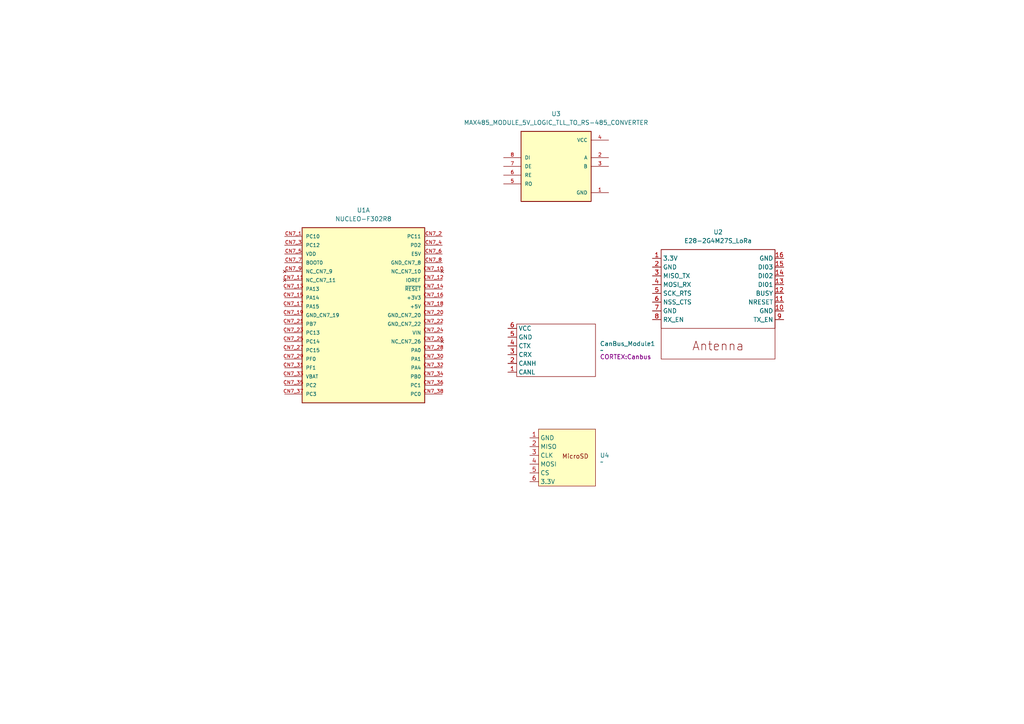
<source format=kicad_sch>
(kicad_sch (version 20250114) (generator "eeschema") (generator_version "9.0")
  (paper "A4")
  (lib_symbols
    (symbol "CanBus:MCP2551_Module"
      (property "Reference" "CanBus_Module" (at 9.144 -3.556 0))
      (property "Footprint" "CanBus:Canbus" (at 9.144 -5.334 0))
      (symbol "MCP2551_Module_0_1"
        (rectangle (start -5.08 3.81) (end 17.78 -11.43))
      )
      (symbol "MCP2551_Module_1_1"
        (pin input line (at -7.62 2.54 0) (length 2.54) (name "VCC") (number "6"))
        (pin input line (at -7.62 0 0) (length 2.54) (name "GND") (number "5"))
        (pin input line (at -7.62 -2.54 0) (length 2.54) (name "CTX") (number "4"))
        (pin input line (at -7.62 -5.08 0) (length 2.54) (name "CRX") (number "3"))
        (pin input line (at -7.62 -7.62 0) (length 2.54) (name "CANH") (number "2"))
        (pin input line (at -7.62 -10.16 0) (length 2.54) (name "CANL") (number "1"))
      )
    )
    (symbol "LIFT:MicroSD_Reader"
      (property "Reference" "U" (at 0 0 0))
      (symbol "MicroSD_Reader_1_1"
        (rectangle (start 2.54 0) (end 19.05 -16.51) (fill (type background)))
        (text "MicroSD" (at 13.208 -7.874 0) (effects (font (size 1.27 1.27))))
        (pin power_in line (at 0 -2.54 0) (length 2.54) (name "GND") (number "1"))
        (pin output line (at 0 -5.08 0) (length 2.54) (name "MISO") (number "2"))
        (pin bidirectional line (at 0 -7.62 0) (length 2.54) (name "CLK") (number "3"))
        (pin input line (at 0 -10.16 0) (length 2.54) (name "MOSI") (number "4"))
        (pin input line (at 0 -12.7 0) (length 2.54) (name "CS") (number "5"))
        (pin power_in line (at 0 -15.24 0) (length 2.54) (name "3.3V") (number "6"))
      )
    )
    (symbol "MAX485_MODULE_5V_LOGIC_TLL_TO_RS-485_CONVERTER:MAX485_MODULE_5V_LOGIC_TLL_TO_RS-485_CONVERTER" (pin_names (offset 1.016))
      (property "Reference" "U" (at -10.16 11.43 0))
      (property "Value" "MAX485_MODULE_5V_LOGIC_TLL_TO_RS-485_CONVERTER" (at -10.16 -12.7 0))
      (symbol "MAX485_MODULE_5V_LOGIC_TLL_TO_RS-485_CONVERTER_0_0"
        (rectangle (start -10.16 -10.16) (end 10.16 10.16) (stroke (width 0.254)) (fill (type background)))
        (pin input line (at -15.24 2.54 0) (length 5.08) (name "DI") (number "8"))
        (pin input line (at -15.24 0 0) (length 5.08) (name "DE") (number "7"))
        (pin input line (at -15.24 -2.54 0) (length 5.08) (name "RE") (number "6"))
        (pin output line (at -15.24 -5.08 0) (length 5.08) (name "RO") (number "5"))
        (pin power_in line (at 15.24 7.62 180) (length 5.08) (name "VCC") (number "4"))
        (pin bidirectional line (at 15.24 2.54 180) (length 5.08) (name "A") (number "2"))
        (pin bidirectional line (at 15.24 0 180) (length 5.08) (name "B") (number "3"))
        (pin power_in line (at 15.24 -7.62 180) (length 5.08) (name "GND") (number "1"))
      )
    )
    (symbol "MyNewSymbolLibrary:E28-2G4M27S_LoRa"
      (property "Reference" "U" (at 2.54 -6.35 90))
      (property "Value" "E28-2G4M27S_LoRa" (at -1.27 -5.08 90))
      (symbol "E28-2G4M27S_LoRa_0_0"
        (text "Antenna" (at 0 -21.59 0) (effects (font (size 2.54 2.54))))
      )
      (symbol "E28-2G4M27S_LoRa_0_1"
        (rectangle (start -16.51 6.35) (end 16.51 -16.51))
        (rectangle (start -16.51 6.35) (end 16.51 -25.4))
      )
      (symbol "E28-2G4M27S_LoRa_1_1"
        (pin bidirectional line (at -19.05 3.81 0) (length 2.54) (name "3.3V") (number "1"))
        (pin bidirectional line (at -19.05 1.27 0) (length 2.54) (name "GND") (number "2"))
        (pin bidirectional line (at -19.05 -1.27 0) (length 2.54) (name "MISO_TX") (number "3"))
        (pin bidirectional line (at -19.05 -3.81 0) (length 2.54) (name "MOSI_RX") (number "4"))
        (pin bidirectional line (at -19.05 -6.35 0) (length 2.54) (name "SCK_RTS") (number "5"))
        (pin bidirectional line (at -19.05 -8.89 0) (length 2.54) (name "NSS_CTS") (number "6"))
        (pin bidirectional line (at -19.05 -11.43 0) (length 2.54) (name "GND") (number "7"))
        (pin bidirectional line (at -19.05 -13.97 0) (length 2.54) (name "RX_EN") (number "8"))
        (pin bidirectional line (at 19.05 3.81 180) (length 2.54) (name "GND") (number "16"))
        (pin bidirectional line (at 19.05 1.27 180) (length 2.54) (name "DI03") (number "15"))
        (pin bidirectional line (at 19.05 -1.27 180) (length 2.54) (name "DI02") (number "14"))
        (pin bidirectional line (at 19.05 -3.81 180) (length 2.54) (name "DI01") (number "13"))
        (pin bidirectional line (at 19.05 -6.35 180) (length 2.54) (name "BUSY") (number "12"))
        (pin bidirectional line (at 19.05 -8.89 180) (length 2.54) (name "NRESET") (number "11"))
        (pin bidirectional line (at 19.05 -11.43 180) (length 2.54) (name "GND") (number "10"))
        (pin bidirectional line (at 19.05 -13.97 180) (length 2.54) (name "TX_EN") (number "9"))
      )
    )
    (symbol "NUCLEO-F302R8:NUCLEO-F302R8" (pin_names (offset 1.016))
      (property "Reference" "U" (at -17.78 26.162 0))
      (property "Value" "NUCLEO-F302R8" (at -17.78 -27.94 0))
      (symbol "NUCLEO-F302R8_1_0"
        (rectangle (start -17.78 -25.4) (end 17.78 25.4) (stroke (width 0.254)) (fill (type background)))
        (pin bidirectional line (at -22.86 22.86 0) (length 5.08) (name "PC10") (number "CN7_1"))
        (pin bidirectional line (at -22.86 20.32 0) (length 5.08) (name "PC12") (number "CN7_3"))
        (pin power_in line (at -22.86 17.78 0) (length 5.08) (name "VDD") (number "CN7_5"))
        (pin input line (at -22.86 15.24 0) (length 5.08) (name "BOOT0") (number "CN7_7"))
        (pin no_connect line (at -22.86 12.7 0) (length 5.08) (name "NC_CN7_9") (number "CN7_9"))
        (pin no_connect line (at -22.86 10.16 0) (length 5.08) (name "NC_CN7_11") (number "CN7_11"))
        (pin bidirectional line (at -22.86 7.62 0) (length 5.08) (name "PA13") (number "CN7_13"))
        (pin bidirectional line (at -22.86 5.08 0) (length 5.08) (name "PA14") (number "CN7_15"))
        (pin bidirectional line (at -22.86 2.54 0) (length 5.08) (name "PA15") (number "CN7_17"))
        (pin power_in line (at -22.86 0 0) (length 5.08) (name "GND_CN7_19") (number "CN7_19"))
        (pin bidirectional line (at -22.86 -2.54 0) (length 5.08) (name "PB7") (number "CN7_21"))
        (pin bidirectional line (at -22.86 -5.08 0) (length 5.08) (name "PC13") (number "CN7_23"))
        (pin bidirectional line (at -22.86 -7.62 0) (length 5.08) (name "PC14") (number "CN7_25"))
        (pin bidirectional line (at -22.86 -10.16 0) (length 5.08) (name "PC15") (number "CN7_27"))
        (pin bidirectional line (at -22.86 -12.7 0) (length 5.08) (name "PF0") (number "CN7_29"))
        (pin bidirectional line (at -22.86 -15.24 0) (length 5.08) (name "PF1") (number "CN7_31"))
        (pin power_in line (at -22.86 -17.78 0) (length 5.08) (name "VBAT") (number "CN7_33"))
        (pin bidirectional line (at -22.86 -20.32 0) (length 5.08) (name "PC2") (number "CN7_35"))
        (pin bidirectional line (at -22.86 -22.86 0) (length 5.08) (name "PC3") (number "CN7_37"))
        (pin bidirectional line (at 22.86 22.86 180) (length 5.08) (name "PC11") (number "CN7_2"))
        (pin bidirectional line (at 22.86 20.32 180) (length 5.08) (name "PD2") (number "CN7_4"))
        (pin power_in line (at 22.86 17.78 180) (length 5.08) (name "E5V") (number "CN7_6"))
        (pin power_in line (at 22.86 15.24 180) (length 5.08) (name "GND_CN7_8") (number "CN7_8"))
        (pin no_connect line (at 22.86 12.7 180) (length 5.08) (name "NC_CN7_10") (number "CN7_10"))
        (pin input line (at 22.86 10.16 180) (length 5.08) (name "IOREF") (number "CN7_12"))
        (pin bidirectional line (at 22.86 7.62 180) (length 5.08) (name "~{RESET}") (number "CN7_14"))
        (pin power_in line (at 22.86 5.08 180) (length 5.08) (name "+3V3") (number "CN7_16"))
        (pin power_in line (at 22.86 2.54 180) (length 5.08) (name "+5V") (number "CN7_18"))
        (pin power_in line (at 22.86 0 180) (length 5.08) (name "GND_CN7_20") (number "CN7_20"))
        (pin power_in line (at 22.86 -2.54 180) (length 5.08) (name "GND_CN7_22") (number "CN7_22"))
        (pin power_in line (at 22.86 -5.08 180) (length 5.08) (name "VIN") (number "CN7_24"))
        (pin no_connect line (at 22.86 -7.62 180) (length 5.08) (name "NC_CN7_26") (number "CN7_26"))
        (pin bidirectional line (at 22.86 -10.16 180) (length 5.08) (name "PA0") (number "CN7_28"))
        (pin bidirectional line (at 22.86 -12.7 180) (length 5.08) (name "PA1") (number "CN7_30"))
        (pin bidirectional line (at 22.86 -15.24 180) (length 5.08) (name "PA4") (number "CN7_32"))
        (pin bidirectional line (at 22.86 -17.78 180) (length 5.08) (name "PB0") (number "CN7_34"))
        (pin bidirectional line (at 22.86 -20.32 180) (length 5.08) (name "PC1") (number "CN7_36"))
        (pin bidirectional line (at 22.86 -22.86 180) (length 5.08) (name "PC0") (number "CN7_38"))
      )
      (symbol "NUCLEO-F302R8_2_0"
        (rectangle (start -17.78 -25.4) (end 17.78 25.4) (stroke (width 0.254)) (fill (type background)))
        (pin bidirectional line (at -22.86 22.86 0) (length 5.08) (name "PC9") (number "CN10_1"))
        (pin bidirectional line (at -22.86 20.32 0) (length 5.08) (name "PB8") (number "CN10_3"))
        (pin bidirectional line (at -22.86 17.78 0) (length 5.08) (name "PB9") (number "CN10_5"))
        (pin power_in line (at -22.86 15.24 0) (length 5.08) (name "AVDD") (number "CN10_7"))
        (pin power_in line (at -22.86 12.7 0) (length 5.08) (name "GND_CN10_9") (number "CN10_9"))
        (pin bidirectional line (at -22.86 10.16 0) (length 5.08) (name "PB13") (number "CN10_11"))
        (pin bidirectional line (at -22.86 7.62 0) (length 5.08) (name "PB14") (number "CN10_13"))
        (pin bidirectional line (at -22.86 5.08 0) (length 5.08) (name "PB15") (number "CN10_15"))
        (pin bidirectional line (at -22.86 2.54 0) (length 5.08) (name "PB6") (number "CN10_17"))
        (pin bidirectional line (at -22.86 0 0) (length 5.08) (name "PC7") (number "CN10_19"))
        (pin bidirectional line (at -22.86 -2.54 0) (length 5.08) (name "PA9") (number "CN10_21"))
        (pin bidirectional line (at -22.86 -5.08 0) (length 5.08) (name "PA8") (number "CN10_23"))
        (pin bidirectional line (at -22.86 -7.62 0) (length 5.08) (name "PB10") (number "CN10_25"))
        (pin bidirectional line (at -22.86 -10.16 0) (length 5.08) (name "PB4") (number "CN10_27"))
        (pin bidirectional line (at -22.86 -12.7 0) (length 5.08) (name "PB5") (number "CN10_29"))
        (pin bidirectional line (at -22.86 -15.24 0) (length 5.08) (name "PB3") (number "CN10_31"))
        (pin bidirectional line (at -22.86 -17.78 0) (length 5.08) (name "PA10") (number "CN10_33"))
        (pin bidirectional line (at -22.86 -20.32 0) (length 5.08) (name "PA2") (number "CN10_35"))
        (pin bidirectional line (at -22.86 -22.86 0) (length 5.08) (name "PA3") (number "CN10_37"))
        (pin bidirectional line (at 22.86 22.86 180) (length 5.08) (name "PC8") (number "CN10_2"))
        (pin bidirectional line (at 22.86 20.32 180) (length 5.08) (name "PC6") (number "CN10_4"))
        (pin bidirectional line (at 22.86 17.78 180) (length 5.08) (name "PC5") (number "CN10_6"))
        (pin power_in line (at 22.86 15.24 180) (length 5.08) (name "U5V") (number "CN10_8"))
        (pin no_connect line (at 22.86 12.7 180) (length 5.08) (name "NC_CN10_10") (number "CN10_10"))
        (pin bidirectional line (at 22.86 10.16 180) (length 5.08) (name "PA12") (number "CN10_12"))
        (pin bidirectional line (at 22.86 7.62 180) (length 5.08) (name "PA11") (number "CN10_14"))
        (pin bidirectional line (at 22.86 5.08 180) (length 5.08) (name "PB12") (number "CN10_16"))
        (pin bidirectional line (at 22.86 2.54 180) (length 5.08) (name "PB11") (number "CN10_18"))
        (pin power_in line (at 22.86 0 180) (length 5.08) (name "GND_CN10_20") (number "CN10_20"))
        (pin bidirectional line (at 22.86 -2.54 180) (length 5.08) (name "PB2") (number "CN10_22"))
        (pin bidirectional line (at 22.86 -5.08 180) (length 5.08) (name "PB1") (number "CN10_24"))
        (pin bidirectional line (at 22.86 -7.62 180) (length 5.08) (name "PA7") (number "CN10_26"))
        (pin bidirectional line (at 22.86 -10.16 180) (length 5.08) (name "PA6") (number "CN10_28"))
        (pin bidirectional line (at 22.86 -12.7 180) (length 5.08) (name "PA5") (number "CN10_30"))
        (pin power_in line (at 22.86 -15.24 180) (length 5.08) (name "AGND") (number "CN10_32"))
        (pin bidirectional line (at 22.86 -17.78 180) (length 5.08) (name "PC4") (number "CN10_34"))
        (pin no_connect line (at 22.86 -20.32 180) (length 5.08) (name "NC_CN10_36") (number "CN10_36"))
        (pin no_connect line (at 22.86 -22.86 180) (length 5.08) (name "NC_CN10_38") (number "CN10_38"))
      )
    )
  )
  (no_connect (at -181.61 93.98))
  (symbol (lib_id "MyNewSymbolLibrary:E28-2G4M27S_LoRa") (at 208.28 78.74 0) (unit 1)
    (property "Reference" "U2" (at 208.28 67.31 0))
    (property "Value" "E28-2G4M27S_LoRa" (at 208.28 69.85 0))
    (property "Footprint" "CORTEX:E28-2G4M27S" (effects (hide yes)))
  )
  (symbol (lib_id "MAX485_MODULE_5V_LOGIC_TLL_TO_RS-485_CONVERTER:MAX485_MODULE_5V_LOGIC_TLL_TO_RS-485_CONVERTER") (at 161.29 48.26 0) (unit 1)
    (property "Reference" "U3" (at 161.29 33.02 0))
    (property "Value" "MAX485_MODULE_5V_LOGIC_TLL_TO_RS-485_CONVERTER" (at 161.29 35.56 0))
    (property "Footprint" "MAX485_MODULE_5V_LOGIC_TLL_TO_RS-485_CONVERTER:MODULE_MAX485_MODULE_5V_LOGIC_TLL_TO_RS-485_CONVERTER" (effects (hide yes)))
    (property "MF" "e-Gizmo Mechatronix Central" (effects (hide yes)))
    (property "Description_1" "5V MAX485 TTL To RS485 Converter Module Board  for Arduino" (effects (hide yes)))
    (property "Package" "Package" (effects (hide yes)))
    (property "Price" "None" (effects (hide yes)))
    (property "Check_prices" "https://www.snapeda.com/parts/MAX485%20Module%205V%20logic%20TLL%20to%20RS-485%20converter/e-Gizmo+Mechatronix+Central/view-part/?ref=eda" (effects (hide yes)))
    (property "STANDARD" "Manufacturer Recommendations" (effects (hide yes)))
    (property "PARTREV" "1r0" (effects (hide yes)))
    (property "SnapEDA_Link" "https://www.snapeda.com/parts/MAX485%20Module%205V%20logic%20TLL%20to%20RS-485%20converter/e-Gizmo+Mechatronix+Central/view-part/?ref=snap" (effects (hide yes)))
    (property "MP" "MAX485 Module 5V logic TLL to RS-485 converter" (effects (hide yes)))
    (property "Availability" "Not in stock" (effects (hide yes)))
    (property "MANUFACTURER" "e-Gizmo" (effects (hide yes)))
  )
  (symbol (lib_id "CanBus:MCP2551_Module") (at 154.94 97.79 0) (unit 1)
    (property "Reference" "CanBus_Module1" (at 173.99 99.6949 0) (effects (justify left)))
    (property "Value" "~" (at 173.99 101.6 0) (effects (justify left)))
    (property "Footprint" "CORTEX:Canbus" (at 173.99 103.5049 0) (effects (justify left)))
  )
  (symbol (lib_id "LIFT:MicroSD_Reader") (at 153.67 124.46 0) (unit 1)
    (property "Reference" "U4" (at 173.99 132.0799 0) (effects (justify left)))
    (property "Value" "~" (at 173.99 133.985 0) (effects (justify left)))
    (property "Footprint" "LIFT:MicroSD Reader" (effects (hide yes)))
  )
  (symbol (lib_id "NUCLEO-F302R8:NUCLEO-F302R8") (at 105.41 91.44 0) (unit 1)
    (property "Reference" "U1" (at 105.41 60.96 0))
    (property "Value" "NUCLEO-F302R8" (at 105.41 63.5 0))
    (property "Footprint" "MyLibrary:MODULE_NUCLEO-F302R8" (effects (hide yes)))
    (property "MF" "STMicroelectronics" (effects (hide yes)))
    (property "MAXIMUM_PACKAGE_HEIGHT" "20.7mm" (effects (hide yes)))
    (property "Package" "None" (effects (hide yes)))
    (property "Price" "None" (effects (hide yes)))
    (property "Check_prices" "https://www.snapeda.com/parts/NUCLEO-F302R8/STMicroelectronics/view-part/?ref=eda" (effects (hide yes)))
    (property "STANDARD" "Manufacturer Recommendations" (effects (hide yes)))
    (property "PARTREV" "17" (effects (hide yes)))
    (property "SnapEDA_Link" "https://www.snapeda.com/parts/NUCLEO-F302R8/STMicroelectronics/view-part/?ref=snap" (effects (hide yes)))
    (property "MP" "NUCLEO-F302R8" (effects (hide yes)))
    (property "Description_1" "STM32F302R8, mbed-Enabled Development Nucleo-64 STM32F3 ARM® Cortex®-M4 MCU 32-Bit Embedded Evaluation Board" (effects (hide yes)))
    (property "Availability" "In Stock" (effects (hide yes)))
    (property "MANUFACTURER" "STmicroelectronics" (effects (hide yes)))
  )
)
</source>
